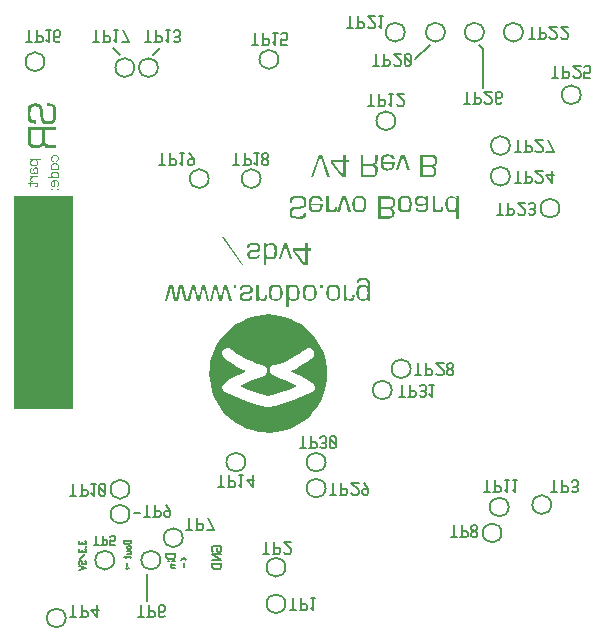
<source format=gbr>
G04 start of page 11 for group -4078 idx -4078 *
G04 Title: (unknown), bottomsilk *
G04 Creator: pcb 1.99z *
G04 CreationDate: Wed 03 Sep 2014 19:39:49 GMT UTC *
G04 For: rbarlow *
G04 Format: Gerber/RS-274X *
G04 PCB-Dimensions (mm): 70.00 74.00 *
G04 PCB-Coordinate-Origin: lower left *
%MOMM*%
%FSLAX43Y43*%
%LNBOTTOMSILK*%
%ADD148C,0.150*%
%ADD147C,0.200*%
%ADD146C,0.002*%
G54D146*G36*
X35501Y41248D02*X35176D01*
X34850Y41664D01*
Y41945D01*
X35286Y41381D01*
X35291D01*
Y42516D01*
X34850D01*
Y42693D01*
X35291D01*
Y43128D01*
X35501D01*
Y42693D01*
X35782D01*
Y42516D01*
X35501D01*
Y41248D01*
G37*
G36*
X34850Y41664D02*X34238Y42445D01*
Y42693D01*
X34850D01*
Y42516D01*
X34409D01*
X34850Y41945D01*
Y41664D01*
G37*
G36*
X34172Y41811D02*X33957D01*
X33731Y42527D01*
X33665Y42753D01*
X33632Y42864D01*
X33599Y42980D01*
X33593D01*
X33555Y42864D01*
X33522Y42753D01*
X33450Y42527D01*
X33213Y41811D01*
X33015D01*
X33456Y43128D01*
X33731D01*
X34172Y41811D01*
G37*
G36*
X32320Y43144D02*X32353Y43150D01*
X32608Y43114D01*
X32772Y43007D01*
X32862Y42802D01*
X32893Y42483D01*
X32864Y42152D01*
X32783Y41943D01*
X32626Y41827D01*
X32381Y41789D01*
X32320Y41799D01*
Y41950D01*
X32331Y41948D01*
X32512Y41975D01*
X32618Y42053D01*
X32670Y42209D01*
X32689Y42478D01*
X32670Y42734D01*
X32618Y42886D01*
X32514Y42960D01*
X32342Y42985D01*
X32320Y42982D01*
Y43144D01*
G37*
G36*
X31752Y43128D02*X31945D01*
X31934Y42963D01*
X31940D01*
X32094Y43103D01*
X32320Y43144D01*
Y42982D01*
X32133Y42961D01*
X32017Y42891D01*
X31967Y42727D01*
X31951Y42434D01*
X31969Y42194D01*
X32028Y42048D01*
X32141Y41973D01*
X32320Y41950D01*
Y41799D01*
X32091Y41837D01*
X31951Y41982D01*
X31945Y41976D01*
Y41248D01*
X31752D01*
Y43128D01*
G37*
G36*
X31432Y42152D02*Y42108D01*
X31399Y41968D01*
X31300Y41869D01*
X31138Y41808D01*
X30909Y41789D01*
X30636Y41808D01*
X30473Y41866D01*
X30389Y41975D01*
X30363Y42158D01*
X30396Y42355D01*
X30501Y42472D01*
X30713Y42526D01*
X31080Y42544D01*
X31219Y42596D01*
X31267Y42753D01*
X31247Y42872D01*
X31190Y42941D01*
X31076Y42974D01*
X30881Y42985D01*
X30719Y42975D01*
X30622Y42946D01*
X30573Y42880D01*
X30556Y42770D01*
X30551Y42709D01*
X30352D01*
Y42781D01*
X30381Y42959D01*
X30473Y43073D01*
X30644Y43131D01*
X30920Y43150D01*
X31185Y43130D01*
X31350Y43068D01*
X31440Y42946D01*
X31471Y42759D01*
X31448Y42601D01*
X31380Y42486D01*
X31269Y42413D01*
X31113Y42384D01*
X30914Y42373D01*
X30760Y42368D01*
X30614Y42308D01*
X30567Y42152D01*
X30580Y42045D01*
X30622Y41987D01*
X30720Y41958D01*
X30898Y41948D01*
X31084Y41957D01*
X31185Y41982D01*
X31224Y42041D01*
X31240Y42152D01*
X31432D01*
G37*
G36*
X30044Y41248D02*X29884D01*
X28230Y43696D01*
X28390D01*
X30044Y41248D01*
G37*
G36*
X38543Y38283D02*Y39600D01*
X38736D01*
Y38812D01*
X38756Y38636D01*
X38816Y38510D01*
X38918Y38435D01*
X39062Y38410D01*
X39226Y38461D01*
X39282Y38614D01*
X39276Y38685D01*
X39271Y38718D01*
X39464D01*
Y38625D01*
X39440Y38461D01*
X39373Y38343D01*
X39259Y38273D01*
X39100Y38250D01*
X38873Y38297D01*
X38725Y38437D01*
X38720Y38432D01*
X38736Y38283D01*
X38543D01*
G37*
G36*
X40754D02*X40561D01*
X40572Y38459D01*
X40566D01*
X40409Y38310D01*
X40186Y38269D01*
Y38421D01*
X40366Y38444D01*
X40478Y38514D01*
X40535Y38659D01*
X40555Y38906D01*
X40535Y39188D01*
X40478Y39352D01*
X40366Y39431D01*
X40186Y39456D01*
Y39612D01*
X40411Y39575D01*
X40555Y39435D01*
X40561D01*
Y39705D01*
X40540Y39865D01*
X40484Y39964D01*
X40369Y40014D01*
X40186Y40030D01*
Y40189D01*
X40452Y40161D01*
X40627Y40080D01*
X40721Y39928D01*
X40754Y39689D01*
Y38283D01*
G37*
G36*
X40186Y40030D02*X40011Y40015D01*
X39910Y39975D01*
X39864Y39894D01*
X39850Y39755D01*
X39662D01*
X39687Y39966D01*
X39767Y40097D01*
X39923Y40165D01*
X40175Y40190D01*
X40186Y40189D01*
Y40030D01*
G37*
G36*
Y38269D02*X40142Y38261D01*
X39884Y38298D01*
X39723Y38410D01*
X39639Y38616D01*
X39613Y38950D01*
X39639Y39272D01*
X39723Y39479D01*
X39877Y39586D01*
X40126Y39622D01*
X40186Y39612D01*
Y39456D01*
X40180Y39457D01*
X39990Y39434D01*
X39883Y39363D01*
X39833Y39208D01*
X39817Y38939D01*
X39833Y38672D01*
X39883Y38520D01*
X39990Y38446D01*
X40180Y38421D01*
X40186Y38421D01*
Y38269D01*
G37*
G36*
X37645Y38261D02*X37645Y38261D01*
Y38421D01*
X37645Y38421D01*
X37849Y38443D01*
X37959Y38509D01*
X38009Y38658D01*
X38025Y38939D01*
X38009Y39224D01*
X37959Y39374D01*
X37849Y39436D01*
X37645Y39457D01*
X37645Y39457D01*
Y39622D01*
X37645Y39622D01*
X37943Y39591D01*
X38113Y39496D01*
X38195Y39290D01*
X38224Y38939D01*
X38195Y38589D01*
X38113Y38388D01*
X37943Y38293D01*
X37645Y38261D01*
G37*
G36*
X37645Y38261D02*X37343Y38293D01*
X37171Y38388D01*
X37087Y38589D01*
X37061Y38939D01*
X37087Y39290D01*
X37171Y39496D01*
X37343Y39591D01*
X37645Y39622D01*
Y39457D01*
X37434Y39436D01*
X37325Y39374D01*
X37278Y39224D01*
X37264Y38939D01*
X37278Y38658D01*
X37325Y38509D01*
X37434Y38443D01*
X37645Y38421D01*
Y38261D01*
G37*
G36*
X36757Y39347D02*X36548D01*
Y39600D01*
X36757D01*
Y39347D01*
G37*
G36*
X35666Y39622D02*X35964Y39591D01*
X36135Y39496D01*
X36216Y39290D01*
X36245Y38939D01*
X36216Y38589D01*
X36135Y38388D01*
X35964Y38293D01*
X35666Y38261D01*
Y38421D01*
X35870Y38443D01*
X35980Y38509D01*
X36030Y38658D01*
X36046Y38939D01*
X36030Y39224D01*
X35980Y39374D01*
X35870Y39436D01*
X35666Y39457D01*
Y39622D01*
G37*
G36*
X35666Y38261D02*X35364Y38293D01*
X35192Y38388D01*
X35108Y38589D01*
X35082Y38939D01*
X35108Y39290D01*
X35192Y39496D01*
X35364Y39591D01*
X35666Y39622D01*
X35666Y39622D01*
Y39457D01*
X35666Y39457D01*
X35455Y39436D01*
X35346Y39374D01*
X35299Y39224D01*
X35286Y38939D01*
X35299Y38658D01*
X35346Y38509D01*
X35455Y38443D01*
X35666Y38421D01*
X35666Y38421D01*
Y38261D01*
X35666Y38261D01*
G37*
G36*
X13756Y47633D02*Y47743D01*
X13883D01*
Y47633D01*
X13756D01*
G37*
G36*
X14291D02*Y47743D01*
X14418D01*
Y47633D01*
X14291D01*
G37*
G36*
X14220Y47989D02*X14242D01*
X14330Y48027D01*
X14346Y48176D01*
X14308Y48336D01*
X14235Y48361D01*
X14104Y48369D01*
Y47895D01*
X14054D01*
X13930Y47906D01*
Y48011D01*
X13999Y47994D01*
X14032Y47989D01*
Y48363D01*
X13930Y48343D01*
Y48455D01*
X14082Y48468D01*
X14260Y48454D01*
X14363Y48413D01*
X14412Y48322D01*
X14429Y48170D01*
X14390Y47955D01*
X14242Y47889D01*
X14220Y47895D01*
Y47989D01*
G37*
G36*
X13930Y47906D02*X13900Y47909D01*
X13812Y47950D01*
X13766Y48037D01*
X13751Y48187D01*
X13768Y48326D01*
X13817Y48413D01*
X13916Y48454D01*
X13930Y48455D01*
Y48343D01*
X13867Y48330D01*
X13828Y48176D01*
X13861Y48027D01*
X13930Y48011D01*
Y47906D01*
G37*
G36*
X14087Y49187D02*X14248Y49174D01*
X14357Y49132D01*
X14411Y49052D01*
X14429Y48923D01*
X14404Y48788D01*
X14330Y48713D01*
Y48708D01*
X14418Y48713D01*
Y48620D01*
X14087D01*
Y48714D01*
X14213Y48723D01*
X14297Y48752D01*
X14334Y48807D01*
X14346Y48906D01*
X14297Y49050D01*
X14214Y49074D01*
X14087Y49082D01*
Y49187D01*
G37*
G36*
X13476Y48620D02*Y48713D01*
X13839D01*
X13845Y48719D01*
X13774Y48788D01*
X13751Y48928D01*
X13769Y49054D01*
X13823Y49132D01*
X13922Y49174D01*
X14076Y49188D01*
X14087Y49187D01*
Y49082D01*
X14076Y49083D01*
X13878Y49050D01*
X13828Y48906D01*
X13878Y48758D01*
X13951Y48724D01*
X14071Y48713D01*
X14087Y48714D01*
Y48620D01*
X13476D01*
G37*
G36*
X14087Y49901D02*X14087Y49901D01*
X14265Y49888D01*
X14368Y49846D01*
X14414Y49759D01*
X14429Y49609D01*
X14414Y49459D01*
X14368Y49372D01*
X14265Y49331D01*
X14087Y49317D01*
X14087Y49317D01*
Y49422D01*
X14087Y49422D01*
X14231Y49430D01*
X14308Y49455D01*
X14337Y49507D01*
X14346Y49609D01*
X14337Y49712D01*
X14308Y49769D01*
X14231Y49794D01*
X14087Y49802D01*
X14087Y49802D01*
Y49901D01*
G37*
G36*
X13751Y49609D02*X13768Y49759D01*
X13817Y49846D01*
X13915Y49888D01*
X14087Y49901D01*
Y49802D01*
X13945Y49794D01*
X13872Y49769D01*
X13839Y49712D01*
X13828Y49609D01*
X13839Y49507D01*
X13872Y49455D01*
X13945Y49430D01*
X14087Y49422D01*
Y49317D01*
X13915Y49331D01*
X13817Y49372D01*
X13768Y49459D01*
X13751Y49609D01*
G37*
G36*
X14155Y52981D02*Y52717D01*
X13201D01*
Y51829D01*
X13226Y51672D01*
X13304Y51560D01*
X13433Y51493D01*
X13615Y51471D01*
X14155D01*
Y51206D01*
X13554D01*
X13364Y51230D01*
X13225Y51300D01*
X13135Y51417D01*
X13096Y51581D01*
X13091D01*
X13034Y51383D01*
X12931Y51261D01*
X12751Y51195D01*
X12504Y51176D01*
Y51430D01*
X12540Y51427D01*
X12753Y51454D01*
X12887Y51537D01*
X12957Y51695D01*
X12981Y51950D01*
Y52717D01*
X12504D01*
Y52981D01*
X14155D01*
G37*
G36*
X12504Y51176D02*X12474Y51173D01*
X12159Y51212D01*
X11956Y51327D01*
X11840Y51538D01*
X11801Y51862D01*
Y52981D01*
X12504D01*
Y52717D01*
X12027D01*
Y51862D01*
X12052Y51639D01*
X12126Y51509D01*
X12277Y51447D01*
X12504Y51430D01*
Y51176D01*
G37*
G36*
X12440Y53269D02*X12100Y53309D01*
X11906Y53429D01*
X11811Y53681D01*
X11779Y54118D01*
X11814Y54551D01*
X11917Y54813D01*
X12117Y54941D01*
X12452Y54984D01*
X12706Y54946D01*
X12895Y54835D01*
X13015Y54649D01*
X13069Y54388D01*
X13085Y54124D01*
X13096Y53848D01*
X13127Y53660D01*
X13185Y53550D01*
X13292Y53497D01*
X13471Y53479D01*
X13739Y53505D01*
X13879Y53584D01*
X13937Y53776D01*
X13956Y54146D01*
X13937Y54468D01*
X13879Y54642D01*
X13743Y54712D01*
X13488Y54735D01*
X13427D01*
Y55000D01*
X13532D01*
X13857Y54959D01*
X14050Y54835D01*
X14145Y54578D01*
X14177Y54151D01*
X14145Y53670D01*
X14050Y53396D01*
X13846Y53268D01*
X13488Y53225D01*
X13161Y53262D01*
X12975Y53374D01*
X12881Y53623D01*
X12832Y54074D01*
X12800Y54449D01*
X12749Y54636D01*
X12632Y54706D01*
X12402Y54730D01*
X12194Y54700D01*
X12077Y54609D01*
X12023Y54414D01*
X12005Y54074D01*
X12024Y53786D01*
X12082Y53627D01*
X12207Y53557D01*
X12440Y53534D01*
Y53269D01*
G37*
G36*
X14181Y50111D02*X14319Y50144D01*
X14346Y50282D01*
X14335Y50390D01*
X14302Y50452D01*
X14228Y50477D01*
X14093Y50485D01*
X13956Y50477D01*
X13878Y50452D01*
X13828Y50315D01*
X13856Y50160D01*
X13955Y50122D01*
X13972D01*
Y50028D01*
X13865Y50043D01*
X13801Y50089D01*
X13763Y50170D01*
X13751Y50304D01*
X13769Y50443D01*
X13823Y50530D01*
X13922Y50571D01*
X14087Y50585D01*
X14258Y50571D01*
X14363Y50530D01*
X14412Y50440D01*
X14429Y50293D01*
X14375Y50086D01*
X14214Y50017D01*
X14181D01*
Y50111D01*
G37*
G36*
X11993Y47895D02*Y48148D01*
X11838D01*
Y48248D01*
X11993D01*
Y48336D01*
X12075D01*
Y48248D01*
X12500D01*
X12624Y48199D01*
X12665Y48055D01*
X12615Y47918D01*
X12467Y47873D01*
X12423D01*
Y47961D01*
X12489D01*
X12559Y47984D01*
X12582Y48055D01*
X12556Y48125D01*
X12478Y48148D01*
X12075D01*
Y47895D01*
X11993D01*
G37*
G36*
X10655Y29101D02*Y47101D01*
X15654D01*
Y29101D01*
X10655D01*
G37*
G36*
X11993Y48799D02*X12654D01*
Y48700D01*
X12257D01*
X12108Y48660D01*
X12059Y48540D01*
X12085Y48457D01*
X12164Y48430D01*
X12197D01*
X12213Y48435D01*
Y48341D01*
X12169Y48336D01*
X12028Y48381D01*
X11982Y48518D01*
X12005Y48632D01*
X12075Y48711D01*
X12070D01*
X11993Y48700D01*
Y48799D01*
G37*
G36*
X12456Y49549D02*X12461Y49551D01*
X12614Y49489D01*
X12665Y49303D01*
X12644Y49161D01*
X12582Y49077D01*
X12654Y49083D01*
Y48984D01*
X12456D01*
Y49079D01*
X12461Y49077D01*
X12552Y49128D01*
X12582Y49281D01*
X12560Y49413D01*
X12456Y49445D01*
Y49549D01*
G37*
G36*
X12180Y49424D02*X12158D01*
X12084Y49380D01*
X12059Y49248D01*
X12092Y49116D01*
X12241Y49083D01*
X12323D01*
X12270Y49154D01*
X12252Y49292D01*
X12264Y49418D01*
X12301Y49496D01*
X12456Y49549D01*
Y49445D01*
X12450Y49447D01*
X12351Y49413D01*
X12329Y49270D01*
X12356Y49116D01*
X12456Y49079D01*
Y48984D01*
X12219D01*
X12104Y48999D01*
X12037Y49044D01*
X12000Y49127D01*
X11987Y49265D01*
X11997Y49394D01*
X12026Y49474D01*
X12180Y49524D01*
Y49424D01*
G37*
G36*
X12323Y50248D02*X12935D01*
Y50150D01*
X12577D01*
X12643Y50068D01*
X12665Y49934D01*
X12647Y49813D01*
X12593Y49736D01*
X12493Y49694D01*
X12334Y49681D01*
X12323Y49682D01*
Y49781D01*
X12334Y49780D01*
X12459Y49790D01*
X12533Y49819D01*
X12582Y49956D01*
X12533Y50111D01*
X12457Y50140D01*
X12329Y50150D01*
X12323Y50149D01*
Y50248D01*
G37*
G36*
X11993D02*X12323D01*
Y50149D01*
X12193Y50141D01*
X12114Y50116D01*
X12064Y49962D01*
X12114Y49813D01*
X12194Y49788D01*
X12323Y49781D01*
Y49682D01*
X12168Y49694D01*
X12064Y49736D01*
X12006Y49813D01*
X11987Y49934D01*
X12011Y50071D01*
X12081Y50150D01*
Y50155D01*
X11993Y50150D01*
Y50248D01*
G37*
G36*
X34244Y39616D02*X34277Y39622D01*
X34532Y39586D01*
X34696Y39479D01*
X34785Y39274D01*
X34817Y38956D01*
X34788Y38625D01*
X34707Y38415D01*
X34550Y38300D01*
X34304Y38261D01*
X34244Y38271D01*
Y38422D01*
X34255Y38421D01*
X34435Y38447D01*
X34541Y38526D01*
X34594Y38681D01*
X34613Y38950D01*
X34594Y39206D01*
X34541Y39358D01*
X34438Y39432D01*
X34266Y39457D01*
X34244Y39455D01*
Y39616D01*
G37*
G36*
X33676Y39600D02*X33869D01*
X33858Y39435D01*
X33864D01*
X34018Y39575D01*
X34244Y39616D01*
Y39455D01*
X34056Y39434D01*
X33941Y39363D01*
X33891Y39199D01*
X33874Y38906D01*
X33893Y38666D01*
X33952Y38520D01*
X34065Y38446D01*
X34244Y38422D01*
Y38271D01*
X34015Y38309D01*
X33874Y38454D01*
X33869Y38448D01*
Y37721D01*
X33676D01*
Y39600D01*
G37*
G36*
X32794Y38261D02*X32794Y38261D01*
Y38421D01*
X32794Y38421D01*
X32998Y38443D01*
X33108Y38509D01*
X33158Y38658D01*
X33174Y38939D01*
X33158Y39224D01*
X33108Y39374D01*
X32998Y39436D01*
X32794Y39457D01*
X32794Y39457D01*
Y39622D01*
X32794Y39622D01*
X33092Y39591D01*
X33263Y39496D01*
X33344Y39290D01*
X33373Y38939D01*
X33344Y38589D01*
X33263Y38388D01*
X33092Y38293D01*
X32794Y38261D01*
G37*
G36*
X32794Y38261D02*X32492Y38293D01*
X32320Y38388D01*
X32236Y38589D01*
X32210Y38939D01*
X32236Y39290D01*
X32320Y39496D01*
X32492Y39591D01*
X32794Y39622D01*
Y39457D01*
X32583Y39436D01*
X32474Y39374D01*
X32428Y39224D01*
X32414Y38939D01*
X32428Y38658D01*
X32474Y38509D01*
X32583Y38443D01*
X32794Y38421D01*
Y38261D01*
G37*
G36*
X31140Y38283D02*Y39600D01*
X31333D01*
Y38812D01*
X31353Y38636D01*
X31413Y38510D01*
X31515Y38435D01*
X31659Y38410D01*
X31823Y38461D01*
X31879Y38614D01*
X31874Y38685D01*
X31868Y38718D01*
X32061D01*
Y38625D01*
X32038Y38461D01*
X31970Y38343D01*
X31856Y38273D01*
X31697Y38250D01*
X31470Y38297D01*
X31322Y38437D01*
X31317Y38432D01*
X31333Y38283D01*
X31140D01*
G37*
G36*
X30804Y38625D02*Y38581D01*
X30771Y38440D01*
X30672Y38341D01*
X30509Y38280D01*
X30281Y38261D01*
X30008Y38280D01*
X29845Y38338D01*
X29761Y38447D01*
X29735Y38630D01*
X29768Y38827D01*
X29873Y38944D01*
X30085Y38998D01*
X30452Y39016D01*
X30591Y39068D01*
X30639Y39226D01*
X30618Y39344D01*
X30562Y39413D01*
X30447Y39446D01*
X30253Y39457D01*
X30090Y39447D01*
X29994Y39418D01*
X29944Y39352D01*
X29928Y39242D01*
X29922Y39181D01*
X29724D01*
Y39253D01*
X29753Y39431D01*
X29845Y39545D01*
X30016Y39603D01*
X30292Y39622D01*
X30556Y39602D01*
X30722Y39540D01*
X30811Y39418D01*
X30843Y39231D01*
X30819Y39073D01*
X30752Y38958D01*
X30640Y38885D01*
X30485Y38856D01*
X30286Y38845D01*
X30132Y38840D01*
X29986Y38780D01*
X29939Y38625D01*
X29951Y38517D01*
X29994Y38459D01*
X30092Y38430D01*
X30270Y38421D01*
X30456Y38429D01*
X30556Y38454D01*
X30596Y38513D01*
X30611Y38625D01*
X30804D01*
G37*
G36*
X29443Y39347D02*X29233D01*
Y39600D01*
X29443D01*
Y39347D01*
G37*
G36*
X29057Y38283D02*X28847D01*
X28665Y39011D01*
X28605Y39242D01*
X28577Y39352D01*
X28550Y39468D01*
X28544D01*
X28522Y39352D01*
X28495Y39242D01*
X28440Y39016D01*
X28258Y38283D01*
X27977D01*
X27800Y39011D01*
X27745Y39242D01*
X27718Y39352D01*
X27690Y39468D01*
X27684D01*
X27657Y39352D01*
X27629Y39242D01*
X27569Y39011D01*
X27387Y38283D01*
X27183D01*
X27541Y39600D01*
X27833D01*
X28010Y38867D01*
X28065Y38647D01*
X28087Y38531D01*
X28114Y38421D01*
X28120D01*
X28147Y38531D01*
X28169Y38647D01*
X28224Y38867D01*
X28401Y39600D01*
X28688D01*
X29057Y38283D01*
G37*
G36*
X27166D02*X26957D01*
X26775Y39011D01*
X26714Y39242D01*
X26687Y39352D01*
X26659Y39468D01*
X26654D01*
X26632Y39352D01*
X26604Y39242D01*
X26549Y39016D01*
X26367Y38283D01*
X26086D01*
X25910Y39011D01*
X25854Y39242D01*
X25827Y39352D01*
X25799Y39468D01*
X25794D01*
X25766Y39352D01*
X25739Y39242D01*
X25678Y39011D01*
X25496Y38283D01*
X25292D01*
X25650Y39600D01*
X25943D01*
X26119Y38867D01*
X26174Y38647D01*
X26196Y38531D01*
X26224Y38421D01*
X26229D01*
X26257Y38531D01*
X26279Y38647D01*
X26334Y38867D01*
X26510Y39600D01*
X26797D01*
X27166Y38283D01*
G37*
G36*
X25276D02*X25066D01*
X24884Y39011D01*
X24823Y39242D01*
X24796Y39352D01*
X24768Y39468D01*
X24763D01*
X24741Y39352D01*
X24713Y39242D01*
X24658Y39016D01*
X24476Y38283D01*
X24195D01*
X24019Y39011D01*
X23964Y39242D01*
X23936Y39352D01*
X23909Y39468D01*
X23903D01*
X23876Y39352D01*
X23848Y39242D01*
X23787Y39011D01*
X23605Y38283D01*
X23401D01*
X23760Y39600D01*
X24052D01*
X24228Y38867D01*
X24283Y38647D01*
X24305Y38531D01*
X24333Y38421D01*
X24339D01*
X24366Y38531D01*
X24388Y38647D01*
X24443Y38867D01*
X24620Y39600D01*
X24906D01*
X25276Y38283D01*
G37*
G36*
X35742Y28615D02*X35388Y28285D01*
X35005Y27993D01*
X34595Y27740D01*
X34164Y27525D01*
X33715Y27352D01*
X33250Y27223D01*
X32776Y27138D01*
X32297Y27100D01*
X32157Y27103D01*
Y29253D01*
X32219D01*
X32271Y29266D01*
X32297D01*
X32361Y29291D01*
X32477Y29319D01*
X32631Y29356D01*
X33027Y29472D01*
X33520Y29626D01*
X34074Y29807D01*
X34661Y30016D01*
X35255Y30253D01*
X35827Y30516D01*
X35933Y30584D01*
X36019Y30678D01*
X36075Y30790D01*
X36100Y30916D01*
X36088Y31042D01*
X36041Y31160D01*
X35965Y31262D01*
X35866Y31340D01*
X35364Y31626D01*
X34897Y31876D01*
X34453Y32100D01*
X34023Y32308D01*
X34467Y32522D01*
X34874Y32746D01*
X35085Y32874D01*
X35277Y33000D01*
X35448Y33114D01*
X35596Y33217D01*
X35716Y33304D01*
X35804Y33370D01*
X35860Y33413D01*
X35880Y33428D01*
X35997Y33566D01*
X36053Y33742D01*
X36042Y33926D01*
X35962Y34090D01*
X35819Y34203D01*
X35643Y34252D01*
X35459Y34236D01*
X35299Y34150D01*
X35232Y34099D01*
X35047Y33966D01*
X34762Y33773D01*
X34397Y33545D01*
X33974Y33308D01*
X33523Y33095D01*
X33074Y32929D01*
X32658Y32836D01*
X32514Y32788D01*
X32393Y32696D01*
X32306Y32574D01*
X32264Y32430D01*
X32272Y32280D01*
X32328Y32141D01*
X32425Y32025D01*
X32554Y31947D01*
X33077Y31739D01*
X33569Y31514D01*
X34050Y31269D01*
X34539Y31006D01*
X33872Y30742D01*
X33236Y30516D01*
X32764Y30369D01*
X32386Y30259D01*
X32157Y30190D01*
Y37101D01*
X32644Y37074D01*
X33129Y37001D01*
X33604Y36880D01*
X34066Y36715D01*
X34510Y36505D01*
X34931Y36256D01*
X35326Y35965D01*
X35691Y35637D01*
X36019Y35272D01*
X36310Y34878D01*
X36559Y34456D01*
X36768Y34012D01*
X36935Y33550D01*
X37055Y33076D01*
X37130Y32590D01*
X37156Y32101D01*
X37131Y31619D01*
X37061Y31143D01*
X36943Y30675D01*
X36784Y30222D01*
X36582Y29783D01*
X36340Y29367D01*
X36059Y28976D01*
X35742Y28615D01*
G37*
G36*
X32157Y27103D02*X31796Y27111D01*
X31302Y27175D01*
X30814Y27286D01*
X30340Y27445D01*
X29884Y27649D01*
X29450Y27895D01*
X29043Y28185D01*
X28668Y28514D01*
X28328Y28879D01*
X28027Y29279D01*
X27768Y29705D01*
X27552Y30155D01*
X27380Y30625D01*
X27256Y31109D01*
X27179Y31602D01*
X27154Y32101D01*
X27179Y32590D01*
X27252Y33076D01*
X27373Y33550D01*
X27538Y34012D01*
X27748Y34456D01*
X27998Y34878D01*
X28289Y35272D01*
X28619Y35637D01*
X28982Y35965D01*
X29377Y36256D01*
X29798Y36505D01*
X30242Y36715D01*
X30704Y36880D01*
X31179Y37001D01*
X31664Y37074D01*
X32155Y37101D01*
X32157Y37101D01*
Y30190D01*
X32128Y30181D01*
X31910Y30245D01*
X31532Y30355D01*
X31059Y30502D01*
X30424Y30735D01*
X29757Y31006D01*
X30745Y31524D01*
X31743Y31921D01*
X31881Y31989D01*
X31988Y32102D01*
X32054Y32243D01*
X32072Y32397D01*
X32032Y32546D01*
X31947Y32676D01*
X31824Y32772D01*
X31678Y32823D01*
X31202Y32942D01*
X30728Y33121D01*
X30275Y33337D01*
X29862Y33567D01*
X29506Y33786D01*
X29228Y33972D01*
X29047Y34102D01*
X28984Y34150D01*
X28823Y34236D01*
X28639Y34252D01*
X28463Y34203D01*
X28321Y34090D01*
X28241Y33926D01*
X28230Y33742D01*
X28285Y33566D01*
X28404Y33428D01*
X28440Y33398D01*
X28543Y33318D01*
X28708Y33195D01*
X28929Y33042D01*
X29200Y32866D01*
X29513Y32678D01*
X29864Y32488D01*
X30248Y32308D01*
X29822Y32098D01*
X29388Y31872D01*
X28930Y31622D01*
X28442Y31340D01*
X28273Y31164D01*
X28215Y30927D01*
X28288Y30693D01*
X28468Y30529D01*
X29039Y30263D01*
X29633Y30018D01*
X30221Y29800D01*
X30775Y29614D01*
X31267Y29465D01*
X31664Y29356D01*
X31936Y29279D01*
X32025Y29253D01*
X32157D01*
Y27103D01*
G37*
G36*
X45727Y50629D02*X45920D01*
X46167Y50598D01*
X46328Y50508D01*
X46418Y50342D01*
X46449Y50089D01*
X46430Y49919D01*
X46372Y49790D01*
X46277Y49696D01*
X46146Y49642D01*
X46326Y49502D01*
X46389Y49245D01*
X46360Y48990D01*
X46278Y48843D01*
X46113Y48773D01*
X45832Y48749D01*
X45727D01*
Y48926D01*
X45826D01*
X46011Y48939D01*
X46118Y48981D01*
X46168Y49070D01*
X46185Y49229D01*
X46164Y49411D01*
X46107Y49515D01*
X45984Y49561D01*
X45766Y49576D01*
X45727D01*
Y49752D01*
X45755D01*
X46025Y49768D01*
X46168Y49813D01*
X46224Y49918D01*
X46245Y50122D01*
X46224Y50287D01*
X46168Y50386D01*
X46052Y50432D01*
X45854Y50447D01*
X45727D01*
Y50629D01*
G37*
G36*
X45000D02*X45727D01*
Y50447D01*
X45209D01*
Y49752D01*
X45727D01*
Y49576D01*
X45209D01*
Y48926D01*
X45727D01*
Y48749D01*
X45000D01*
Y50629D01*
G37*
G36*
X44123Y49311D02*X43908D01*
X43682Y50028D01*
X43616Y50254D01*
X43583Y50364D01*
X43550Y50480D01*
X43544D01*
X43506Y50364D01*
X43473Y50254D01*
X43401Y50028D01*
X43164Y49311D01*
X42965D01*
X43406Y50629D01*
X43682D01*
X44123Y49311D01*
G37*
G36*
X48271Y45222D02*X48078D01*
Y45949D01*
X48072D01*
X47928Y45809D01*
X47703Y45771D01*
Y45924D01*
X47878Y45946D01*
X47995Y46021D01*
X48052Y46165D01*
X48072Y46401D01*
X48053Y46692D01*
X48001Y46859D01*
X47886Y46933D01*
X47703Y46956D01*
Y47115D01*
X47928Y47075D01*
X48078Y46930D01*
X48084D01*
X48078Y47101D01*
X48271D01*
Y45222D01*
G37*
G36*
X47703Y45771D02*X47643Y45762D01*
X47397Y45799D01*
X47240Y45910D01*
X47156Y46110D01*
X47130Y46423D01*
X47156Y46762D01*
X47240Y46974D01*
X47401Y47086D01*
X47659Y47123D01*
X47703Y47115D01*
Y46956D01*
X47692Y46958D01*
X47507Y46933D01*
X47400Y46859D01*
X47351Y46697D01*
X47334Y46423D01*
X47351Y46171D01*
X47406Y46021D01*
X47510Y45946D01*
X47687Y45922D01*
X47703Y45924D01*
Y45771D01*
G37*
G36*
X46060Y45784D02*Y47101D01*
X46253D01*
Y46313D01*
X46273Y46136D01*
X46334Y46011D01*
X46435Y45935D01*
X46579Y45910D01*
X46743Y45961D01*
X46799Y46114D01*
X46794Y46186D01*
X46788Y46219D01*
X46981D01*
Y46126D01*
X46958Y45961D01*
X46890Y45844D01*
X46776Y45774D01*
X46617Y45751D01*
X46390Y45797D01*
X46242Y45938D01*
X46237Y45932D01*
X46253Y45784D01*
X46060D01*
G37*
G36*
X45132Y45918D02*X45162Y45916D01*
X45333Y45932D01*
X45432Y45982D01*
X45476Y46088D01*
X45493Y46274D01*
Y46434D01*
X45487D01*
X45351Y46331D01*
X45132Y46303D01*
Y46452D01*
X45305Y46464D01*
X45421Y46506D01*
X45483Y46582D01*
X45504Y46710D01*
X45478Y46817D01*
X45400Y46896D01*
X45274Y46941D01*
X45132Y46955D01*
Y47112D01*
X45336Y47082D01*
X45504Y46958D01*
X45509D01*
X45493Y47101D01*
X45686D01*
Y46230D01*
X45657Y46003D01*
X45570Y45861D01*
X45400Y45786D01*
X45132Y45762D01*
Y45918D01*
G37*
G36*
Y46303D02*X45074Y46296D01*
X44824Y46320D01*
X44666Y46390D01*
X44582Y46517D01*
X44556Y46720D01*
X44586Y46896D01*
X44680Y47023D01*
X44837Y47097D01*
X45057Y47123D01*
X45132Y47112D01*
Y46955D01*
X45096Y46958D01*
X44925Y46945D01*
X44826Y46908D01*
X44776Y46831D01*
X44760Y46699D01*
X44776Y46572D01*
X44826Y46500D01*
X44931Y46463D01*
X45118Y46451D01*
X45132Y46452D01*
Y46303D01*
G37*
G36*
X44804Y46153D02*Y46114D01*
X44826Y46028D01*
X44892Y45966D01*
X45004Y45928D01*
X45132Y45918D01*
Y45762D01*
X45123Y45762D01*
X44869Y45782D01*
X44716Y45844D01*
X44641Y45960D01*
X44616Y46153D01*
X44804D01*
G37*
G36*
X43724Y45762D02*X43723Y45762D01*
Y45922D01*
X43724Y45922D01*
X43927Y45943D01*
X44038Y46010D01*
X44087Y46158D01*
X44104Y46440D01*
X44087Y46725D01*
X44038Y46875D01*
X43927Y46937D01*
X43724Y46958D01*
X43723Y46958D01*
Y47123D01*
X43724Y47123D01*
X44021Y47092D01*
X44192Y46996D01*
X44273Y46791D01*
X44302Y46440D01*
X44273Y46090D01*
X44192Y45888D01*
X44021Y45793D01*
X43724Y45762D01*
G37*
G36*
X43723Y45762D02*X43422Y45793D01*
X43249Y45888D01*
X43165Y46090D01*
X43139Y46440D01*
X43165Y46791D01*
X43249Y46996D01*
X43422Y47092D01*
X43723Y47123D01*
Y46958D01*
X43512Y46937D01*
X43404Y46875D01*
X43357Y46725D01*
X43343Y46440D01*
X43357Y46158D01*
X43404Y46010D01*
X43512Y45943D01*
X43723Y45922D01*
Y45762D01*
G37*
G36*
X42271Y50006D02*X42844D01*
Y49901D01*
X42815Y49591D01*
X42728Y49411D01*
X42553Y49320D01*
X42271Y49291D01*
Y49449D01*
X42271Y49449D01*
X42461Y49466D01*
X42574Y49515D01*
X42626Y49617D01*
X42646Y49791D01*
Y49857D01*
X42271D01*
Y50006D01*
G37*
G36*
X42646Y50232D02*Y50270D01*
X42626Y50384D01*
X42574Y50447D01*
X42467Y50476D01*
X42276Y50485D01*
X42271Y50485D01*
Y50650D01*
X42282Y50651D01*
X42547Y50630D01*
X42718Y50568D01*
X42811Y50454D01*
X42844Y50276D01*
Y50232D01*
X42646D01*
G37*
G36*
X42271Y50485D02*X42074Y50465D01*
X41962Y50403D01*
X41913Y50260D01*
X41896Y50006D01*
X42271D01*
Y49857D01*
X41896D01*
X41913Y49648D01*
X41968Y49526D01*
X42078Y49469D01*
X42271Y49449D01*
Y49291D01*
X42254Y49289D01*
X41972Y49324D01*
X41802Y49427D01*
X41718Y49626D01*
X41692Y49956D01*
X41718Y50309D01*
X41802Y50519D01*
X41980Y50618D01*
X42271Y50650D01*
Y50485D01*
G37*
G36*
X40708Y49868D02*X40904D01*
X41028Y49888D01*
X41118Y49950D01*
X41171Y50050D01*
X41190Y50193D01*
Y50629D01*
X41400D01*
Y50150D01*
X41381Y49998D01*
X41326Y49888D01*
X41232Y49816D01*
X41102Y49785D01*
Y49780D01*
X41262Y49730D01*
X41361Y49648D01*
X41411Y49504D01*
X41427Y49284D01*
X41394Y49032D01*
X41301Y48871D01*
X41133Y48780D01*
X40876Y48749D01*
X40708D01*
Y48926D01*
X40882D01*
X41057Y48945D01*
X41157Y49003D01*
X41207Y49124D01*
X41224Y49334D01*
X41200Y49506D01*
X41135Y49615D01*
X41007Y49668D01*
X40805Y49686D01*
X40708D01*
Y49868D01*
G37*
G36*
X39984Y50629D02*X40193D01*
Y49868D01*
X40708D01*
Y49686D01*
X40193D01*
Y48926D01*
X40708D01*
Y48749D01*
X39984D01*
Y50629D01*
G37*
G36*
X38705Y48749D02*X38379D01*
X38054Y49164D01*
Y49446D01*
X38490Y48881D01*
X38495D01*
Y50017D01*
X38054D01*
Y50193D01*
X38495D01*
Y50629D01*
X38705D01*
Y50193D01*
X38986D01*
Y50017D01*
X38705D01*
Y48749D01*
G37*
G36*
X38054Y49164D02*X37442Y49945D01*
Y50193D01*
X38054D01*
Y50017D01*
X37613D01*
X38054Y49446D01*
Y49164D01*
G37*
G36*
X37150Y48749D02*X36660Y50171D01*
X36566Y50458D01*
X36560D01*
X36516Y50315D01*
X36467Y50166D01*
X35965Y48749D01*
X35734D01*
X36412Y50629D01*
X36715D01*
X37376Y48749D01*
X37150D01*
G37*
G36*
X42174Y47101D02*X42367D01*
X42614Y47071D01*
X42775Y46979D01*
X42865Y46814D01*
X42897Y46561D01*
X42877Y46391D01*
X42819Y46262D01*
X42724Y46168D01*
X42593Y46114D01*
X42774Y45974D01*
X42836Y45718D01*
X42807Y45463D01*
X42726Y45315D01*
X42560Y45245D01*
X42279Y45222D01*
X42174D01*
Y45398D01*
X42274D01*
X42458Y45412D01*
X42566Y45453D01*
X42615Y45543D01*
X42632Y45701D01*
X42611Y45883D01*
X42555Y45988D01*
X42432Y46033D01*
X42213Y46048D01*
X42174D01*
Y46225D01*
X42202D01*
X42472Y46240D01*
X42615Y46285D01*
X42672Y46390D01*
X42693Y46594D01*
X42672Y46759D01*
X42615Y46859D01*
X42500Y46904D01*
X42301Y46919D01*
X42174D01*
Y47101D01*
G37*
G36*
X41447D02*X42174D01*
Y46919D01*
X41656D01*
Y46225D01*
X42174D01*
Y46048D01*
X41656D01*
Y45398D01*
X42174D01*
Y45222D01*
X41447D01*
Y47101D01*
G37*
G36*
X39848Y47123D02*X40146Y47092D01*
X40317Y46996D01*
X40398Y46791D01*
X40427Y46440D01*
X40398Y46090D01*
X40317Y45888D01*
X40146Y45793D01*
X39848Y45762D01*
Y45922D01*
X40052Y45943D01*
X40162Y46010D01*
X40212Y46158D01*
X40229Y46440D01*
X40212Y46725D01*
X40162Y46875D01*
X40052Y46937D01*
X39848Y46958D01*
Y47123D01*
G37*
G36*
X39848Y45762D02*X39547Y45793D01*
X39374Y45888D01*
X39290Y46090D01*
X39264Y46440D01*
X39290Y46791D01*
X39374Y46996D01*
X39547Y47092D01*
X39848Y47123D01*
X39848Y47123D01*
Y46958D01*
X39848Y46958D01*
X39638Y46937D01*
X39529Y46875D01*
X39482Y46725D01*
X39468Y46440D01*
X39482Y46158D01*
X39529Y46010D01*
X39638Y45943D01*
X39848Y45922D01*
X39848Y45922D01*
Y45762D01*
X39848Y45762D01*
G37*
G36*
X39143Y45784D02*X38928D01*
X38702Y46500D01*
X38636Y46726D01*
X38603Y46836D01*
X38570Y46952D01*
X38564D01*
X38526Y46836D01*
X38492Y46726D01*
X38421Y46500D01*
X38184Y45784D01*
X37985D01*
X38426Y47101D01*
X38702D01*
X39143Y45784D01*
G37*
G36*
X37059D02*Y47101D01*
X37252D01*
Y46313D01*
X37272Y46136D01*
X37332Y46011D01*
X37434Y45935D01*
X37577Y45910D01*
X37741Y45961D01*
X37798Y46114D01*
X37792Y46186D01*
X37787Y46219D01*
X37980D01*
Y46126D01*
X37956Y45961D01*
X37889Y45844D01*
X37774Y45774D01*
X37616Y45751D01*
X37389Y45797D01*
X37241Y45938D01*
X37236Y45932D01*
X37252Y45784D01*
X37059D01*
G37*
G36*
X36166Y46478D02*X36739D01*
Y46373D01*
X36710Y46063D01*
X36624Y45883D01*
X36449Y45792D01*
X36166Y45763D01*
Y45922D01*
X36356Y45938D01*
X36469Y45988D01*
X36522Y46090D01*
X36541Y46263D01*
Y46330D01*
X36166D01*
Y46478D01*
G37*
G36*
X36541Y46704D02*Y46743D01*
X36522Y46856D01*
X36469Y46919D01*
X36362Y46948D01*
X36172Y46958D01*
X36166Y46957D01*
Y47122D01*
X36177Y47123D01*
X36442Y47102D01*
X36613Y47040D01*
X36706Y46926D01*
X36739Y46748D01*
Y46704D01*
X36541D01*
G37*
G36*
X36166Y46957D02*X35969Y46937D01*
X35858Y46875D01*
X35808Y46732D01*
X35791Y46478D01*
X36166D01*
Y46330D01*
X35791D01*
X35808Y46120D01*
X35863Y45999D01*
X35973Y45941D01*
X36166Y45922D01*
X36166Y45922D01*
Y45763D01*
X36150Y45762D01*
X35867Y45796D01*
X35698Y45900D01*
X35614Y46098D01*
X35588Y46428D01*
X35614Y46781D01*
X35698Y46991D01*
X35876Y47090D01*
X36166Y47122D01*
Y46957D01*
G37*
G36*
X35345Y45728D02*X35312Y45455D01*
X35213Y45298D01*
X35011Y45224D01*
X34667Y45199D01*
X34317Y45227D01*
X34110Y45310D01*
X34005Y45468D01*
X33972Y45734D01*
X34001Y45938D01*
X34089Y46090D01*
X34238Y46186D01*
X34446Y46230D01*
X34656Y46241D01*
X34876Y46252D01*
X35025Y46276D01*
X35113Y46324D01*
X35157Y46408D01*
X35174Y46550D01*
X35154Y46768D01*
X35091Y46881D01*
X34936Y46926D01*
X34639Y46941D01*
X34383Y46926D01*
X34248Y46881D01*
X34189Y46772D01*
X34171Y46566D01*
Y46517D01*
X33956D01*
X33961Y46605D01*
X33994Y46863D01*
X34094Y47018D01*
X34293Y47097D01*
X34634Y47123D01*
X35018Y47097D01*
X35240Y47018D01*
X35342Y46853D01*
X35378Y46566D01*
X35346Y46305D01*
X35257Y46158D01*
X35058Y46083D01*
X34700Y46043D01*
X34398Y46018D01*
X34248Y45977D01*
X34189Y45883D01*
X34171Y45701D01*
X34193Y45534D01*
X34265Y45442D01*
X34422Y45396D01*
X34700Y45381D01*
X34927Y45396D01*
X35053Y45442D01*
X35109Y45544D01*
X35130Y45728D01*
X35345D01*
G37*
G54D147*X21900Y12800D02*Y15100D01*
X21300Y20300D02*X20800D01*
X44600Y58700D02*X45800Y59900D01*
X50300Y56300D02*Y59600D01*
X50000Y59900D01*
X19000Y59700D02*X19600Y59100D01*
X23000Y59700D02*X22400Y59100D01*
G54D148*X16206Y17900D02*X16137Y17831D01*
Y17694D02*Y17831D01*
Y17694D02*X16206Y17626D01*
X16686Y17694D02*X16617Y17626D01*
X16686Y17694D02*Y17831D01*
X16617Y17900D02*X16686Y17831D01*
X16384Y17694D02*Y17831D01*
X16206Y17626D02*X16315D01*
X16453D02*X16617D01*
X16453D02*X16384Y17694D01*
X16315Y17626D02*X16384Y17694D01*
X16686Y17393D02*Y17461D01*
X16206Y17228D02*X16137Y17159D01*
Y17022D02*Y17159D01*
Y17022D02*X16206Y16954D01*
X16686Y17022D02*X16617Y16954D01*
X16686Y17022D02*Y17159D01*
X16617Y17228D02*X16686Y17159D01*
X16384Y17022D02*Y17159D01*
X16206Y16954D02*X16315D01*
X16453D02*X16617D01*
X16453D02*X16384Y17022D01*
X16315Y16954D02*X16384Y17022D01*
X16617Y16789D02*X16206Y16378D01*
X16137Y15939D02*Y16213D01*
X16411D01*
X16343Y16144D01*
Y16007D02*Y16144D01*
Y16007D02*X16411Y15939D01*
X16617D01*
X16686Y16007D02*X16617Y15939D01*
X16686Y16007D02*Y16144D01*
X16617Y16213D02*X16686Y16144D01*
X16137Y15774D02*X16686Y15637D01*
X16137Y15500D01*
X27393Y17114D02*X27490Y17017D01*
X27393Y17114D02*Y17403D01*
X27490Y17500D02*X27393Y17403D01*
X27490Y17500D02*X28069D01*
X28165Y17403D01*
Y17114D02*Y17403D01*
Y17114D02*X28069Y17017D01*
X27876D02*X28069D01*
X27779Y17114D02*X27876Y17017D01*
X27779Y17114D02*Y17307D01*
X27393Y16786D02*X28165D01*
X27393D02*X28165Y16303D01*
X27393D02*X28165D01*
X27393Y15975D02*X28165D01*
X27393Y15724D02*X27528Y15589D01*
X28030D01*
X28165Y15724D02*X28030Y15589D01*
X28165Y15724D02*Y16072D01*
X27393Y15724D02*Y16072D01*
X19937Y17931D02*X20486D01*
X19937Y17753D02*X20033Y17657D01*
X20390D01*
X20486Y17753D02*X20390Y17657D01*
X20486Y17753D02*Y18000D01*
X19937Y17753D02*Y18000D01*
X20280Y17493D02*X20417D01*
X20280D02*X20211Y17424D01*
Y17287D02*Y17424D01*
Y17287D02*X20280Y17218D01*
X20417D01*
X20486Y17287D02*X20417Y17218D01*
X20486Y17287D02*Y17424D01*
X20417Y17493D02*X20486Y17424D01*
X20211Y17054D02*X20417D01*
X20486Y16985D01*
Y16848D02*Y16985D01*
Y16848D02*X20417Y16779D01*
X20211D02*X20417D01*
X19937Y16546D02*X20417D01*
X20486Y16478D01*
X20143D02*Y16615D01*
X20211Y15819D02*Y16093D01*
X20074Y15655D02*X20211Y15517D01*
X20349Y15655D02*X20211Y15517D01*
X23493Y16803D02*X24265D01*
X23493Y16553D02*X23628Y16417D01*
X24130D01*
X24265Y16553D02*X24130Y16417D01*
X24265Y16553D02*Y16900D01*
X23493Y16553D02*Y16900D01*
X23686Y16186D02*X23705D01*
X23976D02*X24265D01*
X23976Y15896D02*X24265D01*
X23976D02*X23879Y15800D01*
Y15703D02*Y15800D01*
Y15703D02*X23976Y15607D01*
X24265D01*
X23879Y15993D02*X23976Y15896D01*
X24979Y16500D02*X24786Y16307D01*
X24979Y16500D02*X25172Y16307D01*
X24979Y15689D02*Y16075D01*
G54D147*X42100Y61000D02*G75*G03X42100Y61000I800J0D01*G01*
X41300Y53500D02*G75*G03X41300Y53500I800J0D01*G01*
X48800Y61000D02*G75*G03X48800Y61000I800J0D01*G01*
X52100D02*G75*G03X52100Y61000I800J0D01*G01*
X57000Y55700D02*G75*G03X57000Y55700I800J0D01*G01*
X45500Y61000D02*G75*G03X45500Y61000I800J0D01*G01*
X31400Y58700D02*G75*G03X31400Y58700I800J0D01*G01*
X51000Y48800D02*G75*G03X51000Y48800I800J0D01*G01*
Y51400D02*G75*G03X51000Y51400I800J0D01*G01*
X55200Y46100D02*G75*G03X55200Y46100I800J0D01*G01*
X19200Y58000D02*G75*G03X19200Y58000I800J0D01*G01*
X21200D02*G75*G03X21200Y58000I800J0D01*G01*
X11600Y58500D02*G75*G03X11600Y58500I800J0D01*G01*
X25500Y48600D02*G75*G03X25500Y48600I800J0D01*G01*
X29900D02*G75*G03X29900Y48600I800J0D01*G01*
X42600Y32500D02*G75*G03X42600Y32500I800J0D01*G01*
X41000Y30700D02*G75*G03X41000Y30700I800J0D01*G01*
X50900Y20800D02*G75*G03X50900Y20800I800J0D01*G01*
X50300Y18600D02*G75*G03X50300Y18600I800J0D01*G01*
X54500Y21000D02*G75*G03X54500Y21000I800J0D01*G01*
X18800Y22300D02*G75*G03X18800Y22300I800J0D01*G01*
X28600Y24600D02*G75*G03X28600Y24600I800J0D01*G01*
X35400D02*G75*G03X35400Y24600I800J0D01*G01*
Y22400D02*G75*G03X35400Y22400I800J0D01*G01*
X32000Y12600D02*G75*G03X32000Y12600I800J0D01*G01*
Y15700D02*G75*G03X32000Y15700I800J0D01*G01*
X23300Y18200D02*G75*G03X23300Y18200I800J0D01*G01*
X18800Y20200D02*G75*G03X18800Y20200I800J0D01*G01*
X21400Y16300D02*G75*G03X21400Y16300I800J0D01*G01*
X17500D02*G75*G03X17500Y16300I800J0D01*G01*
X13400Y11400D02*G75*G03X13400Y11400I800J0D01*G01*
G54D148*X56200Y57154D02*X56708D01*
X56454D02*Y58170D01*
X57140Y57154D02*Y58170D01*
X57013Y57154D02*X57521D01*
X57648Y57281D01*
Y57535D01*
X57521Y57662D02*X57648Y57535D01*
X57140Y57662D02*X57521D01*
X57953Y57281D02*X58080Y57154D01*
X58461D01*
X58588Y57281D01*
Y57535D01*
X57953Y58170D02*X58588Y57535D01*
X57953Y58170D02*X58588D01*
X58892Y57154D02*X59400D01*
X58892D02*Y57662D01*
X59019Y57535D01*
X59273D01*
X59400Y57662D01*
Y58043D01*
X59273Y58170D02*X59400Y58043D01*
X59019Y58170D02*X59273D01*
X58892Y58043D02*X59019Y58170D01*
X54200Y60454D02*X54708D01*
X54454D02*Y61470D01*
X55140Y60454D02*Y61470D01*
X55013Y60454D02*X55521D01*
X55648Y60581D01*
Y60835D01*
X55521Y60962D02*X55648Y60835D01*
X55140Y60962D02*X55521D01*
X55953Y60581D02*X56080Y60454D01*
X56461D01*
X56588Y60581D01*
Y60835D01*
X55953Y61470D02*X56588Y60835D01*
X55953Y61470D02*X56588D01*
X56892Y60581D02*X57019Y60454D01*
X57400D01*
X57527Y60581D01*
Y60835D01*
X56892Y61470D02*X57527Y60835D01*
X56892Y61470D02*X57527D01*
X53000Y50854D02*X53508D01*
X53254D02*Y51870D01*
X53940Y50854D02*Y51870D01*
X53813Y50854D02*X54321D01*
X54448Y50981D01*
Y51235D01*
X54321Y51362D02*X54448Y51235D01*
X53940Y51362D02*X54321D01*
X54753Y50981D02*X54880Y50854D01*
X55261D01*
X55388Y50981D01*
Y51235D01*
X54753Y51870D02*X55388Y51235D01*
X54753Y51870D02*X55388D01*
X55819D02*X56327Y50854D01*
X55692D02*X56327D01*
X51500Y45554D02*X52008D01*
X51754D02*Y46570D01*
X52440Y45554D02*Y46570D01*
X52313Y45554D02*X52821D01*
X52948Y45681D01*
Y45935D01*
X52821Y46062D02*X52948Y45935D01*
X52440Y46062D02*X52821D01*
X53253Y45681D02*X53380Y45554D01*
X53761D01*
X53888Y45681D01*
Y45935D01*
X53253Y46570D02*X53888Y45935D01*
X53253Y46570D02*X53888D01*
X54192Y45681D02*X54319Y45554D01*
X54573D01*
X54700Y45681D01*
X54573Y46570D02*X54700Y46443D01*
X54319Y46570D02*X54573D01*
X54192Y46443D02*X54319Y46570D01*
Y46011D02*X54573D01*
X54700Y45681D02*Y45884D01*
Y46138D02*Y46443D01*
Y46138D02*X54573Y46011D01*
X54700Y45884D02*X54573Y46011D01*
X48700Y54954D02*X49208D01*
X48954D02*Y55970D01*
X49640Y54954D02*Y55970D01*
X49513Y54954D02*X50021D01*
X50148Y55081D01*
Y55335D01*
X50021Y55462D02*X50148Y55335D01*
X49640Y55462D02*X50021D01*
X50453Y55081D02*X50580Y54954D01*
X50961D01*
X51088Y55081D01*
Y55335D01*
X50453Y55970D02*X51088Y55335D01*
X50453Y55970D02*X51088D01*
X51773Y54954D02*X51900Y55081D01*
X51519Y54954D02*X51773D01*
X51392Y55081D02*X51519Y54954D01*
X51392Y55081D02*Y55843D01*
X51519Y55970D01*
X51773Y55411D02*X51900Y55538D01*
X51392Y55411D02*X51773D01*
X51519Y55970D02*X51773D01*
X51900Y55843D01*
Y55538D02*Y55843D01*
X53000Y48254D02*X53508D01*
X53254D02*Y49270D01*
X53940Y48254D02*Y49270D01*
X53813Y48254D02*X54321D01*
X54448Y48381D01*
Y48635D01*
X54321Y48762D02*X54448Y48635D01*
X53940Y48762D02*X54321D01*
X54753Y48381D02*X54880Y48254D01*
X55261D01*
X55388Y48381D01*
Y48635D01*
X54753Y49270D02*X55388Y48635D01*
X54753Y49270D02*X55388D01*
X55692Y48889D02*X56200Y48254D01*
X55692Y48889D02*X56327D01*
X56200Y48254D02*Y49270D01*
X50400Y22054D02*X50908D01*
X50654D02*Y23070D01*
X51340Y22054D02*Y23070D01*
X51213Y22054D02*X51721D01*
X51848Y22181D01*
Y22435D01*
X51721Y22562D02*X51848Y22435D01*
X51340Y22562D02*X51721D01*
X52153Y22257D02*X52356Y22054D01*
Y23070D01*
X52153D02*X52534D01*
X52838Y22257D02*X53042Y22054D01*
Y23070D01*
X52838D02*X53219D01*
X47600Y18254D02*X48108D01*
X47854D02*Y19270D01*
X48540Y18254D02*Y19270D01*
X48413Y18254D02*X48921D01*
X49048Y18381D01*
Y18635D01*
X48921Y18762D02*X49048Y18635D01*
X48540Y18762D02*X48921D01*
X49353Y19143D02*X49480Y19270D01*
X49353Y18940D02*Y19143D01*
Y18940D02*X49530Y18762D01*
X49683D01*
X49861Y18940D01*
Y19143D01*
X49734Y19270D02*X49861Y19143D01*
X49480Y19270D02*X49734D01*
X49353Y18584D02*X49530Y18762D01*
X49353Y18381D02*Y18584D01*
Y18381D02*X49480Y18254D01*
X49734D01*
X49861Y18381D01*
Y18584D01*
X49683Y18762D02*X49861Y18584D01*
X56100Y22054D02*X56608D01*
X56354D02*Y23070D01*
X57040Y22054D02*Y23070D01*
X56913Y22054D02*X57421D01*
X57548Y22181D01*
Y22435D01*
X57421Y22562D02*X57548Y22435D01*
X57040Y22562D02*X57421D01*
X57853Y22181D02*X57980Y22054D01*
X58234D01*
X58361Y22181D01*
X58234Y23070D02*X58361Y22943D01*
X57980Y23070D02*X58234D01*
X57853Y22943D02*X57980Y23070D01*
Y22511D02*X58234D01*
X58361Y22181D02*Y22384D01*
Y22638D02*Y22943D01*
Y22638D02*X58234Y22511D01*
X58361Y22384D02*X58234Y22511D01*
X44600Y31954D02*X45108D01*
X44854D02*Y32970D01*
X45540Y31954D02*Y32970D01*
X45413Y31954D02*X45921D01*
X46048Y32081D01*
Y32335D01*
X45921Y32462D02*X46048Y32335D01*
X45540Y32462D02*X45921D01*
X46353Y32081D02*X46480Y31954D01*
X46861D01*
X46988Y32081D01*
Y32335D01*
X46353Y32970D02*X46988Y32335D01*
X46353Y32970D02*X46988D01*
X47292Y32843D02*X47419Y32970D01*
X47292Y32640D02*Y32843D01*
Y32640D02*X47470Y32462D01*
X47623D01*
X47800Y32640D01*
Y32843D01*
X47673Y32970D02*X47800Y32843D01*
X47419Y32970D02*X47673D01*
X47292Y32284D02*X47470Y32462D01*
X47292Y32081D02*Y32284D01*
Y32081D02*X47419Y31954D01*
X47673D01*
X47800Y32081D01*
Y32284D01*
X47623Y32462D02*X47800Y32284D01*
X43200Y30154D02*X43708D01*
X43454D02*Y31170D01*
X44140Y30154D02*Y31170D01*
X44013Y30154D02*X44521D01*
X44648Y30281D01*
Y30535D01*
X44521Y30662D02*X44648Y30535D01*
X44140Y30662D02*X44521D01*
X44953Y30281D02*X45080Y30154D01*
X45334D01*
X45461Y30281D01*
X45334Y31170D02*X45461Y31043D01*
X45080Y31170D02*X45334D01*
X44953Y31043D02*X45080Y31170D01*
Y30611D02*X45334D01*
X45461Y30281D02*Y30484D01*
Y30738D02*Y31043D01*
Y30738D02*X45334Y30611D01*
X45461Y30484D02*X45334Y30611D01*
X45765Y30357D02*X45969Y30154D01*
Y31170D01*
X45765D02*X46146D01*
X11600Y60154D02*X12108D01*
X11854D02*Y61170D01*
X12540Y60154D02*Y61170D01*
X12413Y60154D02*X12921D01*
X13048Y60281D01*
Y60535D01*
X12921Y60662D02*X13048Y60535D01*
X12540Y60662D02*X12921D01*
X13353Y60357D02*X13556Y60154D01*
Y61170D01*
X13353D02*X13734D01*
X14419Y60154D02*X14546Y60281D01*
X14165Y60154D02*X14419D01*
X14038Y60281D02*X14165Y60154D01*
X14038Y60281D02*Y61043D01*
X14165Y61170D01*
X14419Y60611D02*X14546Y60738D01*
X14038Y60611D02*X14419D01*
X14165Y61170D02*X14419D01*
X14546Y61043D01*
Y60738D02*Y61043D01*
X17300Y60154D02*X17808D01*
X17554D02*Y61170D01*
X18240Y60154D02*Y61170D01*
X18113Y60154D02*X18621D01*
X18748Y60281D01*
Y60535D01*
X18621Y60662D02*X18748Y60535D01*
X18240Y60662D02*X18621D01*
X19053Y60357D02*X19256Y60154D01*
Y61170D01*
X19053D02*X19434D01*
X19865D02*X20373Y60154D01*
X19738D02*X20373D01*
X21700D02*X22208D01*
X21954D02*Y61170D01*
X22640Y60154D02*Y61170D01*
X22513Y60154D02*X23021D01*
X23148Y60281D01*
Y60535D01*
X23021Y60662D02*X23148Y60535D01*
X22640Y60662D02*X23021D01*
X23453Y60357D02*X23656Y60154D01*
Y61170D01*
X23453D02*X23834D01*
X24138Y60281D02*X24265Y60154D01*
X24519D01*
X24646Y60281D01*
X24519Y61170D02*X24646Y61043D01*
X24265Y61170D02*X24519D01*
X24138Y61043D02*X24265Y61170D01*
Y60611D02*X24519D01*
X24646Y60281D02*Y60484D01*
Y60738D02*Y61043D01*
Y60738D02*X24519Y60611D01*
X24646Y60484D02*X24519Y60611D01*
X30800Y59954D02*X31308D01*
X31054D02*Y60970D01*
X31740Y59954D02*Y60970D01*
X31613Y59954D02*X32121D01*
X32248Y60081D01*
Y60335D01*
X32121Y60462D02*X32248Y60335D01*
X31740Y60462D02*X32121D01*
X32553Y60157D02*X32756Y59954D01*
Y60970D01*
X32553D02*X32934D01*
X33238Y59954D02*X33746D01*
X33238D02*Y60462D01*
X33365Y60335D01*
X33619D01*
X33746Y60462D01*
Y60843D01*
X33619Y60970D02*X33746Y60843D01*
X33365Y60970D02*X33619D01*
X33238Y60843D02*X33365Y60970D01*
X40600Y54754D02*X41108D01*
X40854D02*Y55770D01*
X41540Y54754D02*Y55770D01*
X41413Y54754D02*X41921D01*
X42048Y54881D01*
Y55135D01*
X41921Y55262D02*X42048Y55135D01*
X41540Y55262D02*X41921D01*
X42353Y54957D02*X42556Y54754D01*
Y55770D01*
X42353D02*X42734D01*
X43038Y54881D02*X43165Y54754D01*
X43546D01*
X43673Y54881D01*
Y55135D01*
X43038Y55770D02*X43673Y55135D01*
X43038Y55770D02*X43673D01*
X38800Y61354D02*X39308D01*
X39054D02*Y62370D01*
X39740Y61354D02*Y62370D01*
X39613Y61354D02*X40121D01*
X40248Y61481D01*
Y61735D01*
X40121Y61862D02*X40248Y61735D01*
X39740Y61862D02*X40121D01*
X40553Y61481D02*X40680Y61354D01*
X41061D01*
X41188Y61481D01*
Y61735D01*
X40553Y62370D02*X41188Y61735D01*
X40553Y62370D02*X41188D01*
X41492Y61557D02*X41696Y61354D01*
Y62370D01*
X41492D02*X41873D01*
X41000Y58154D02*X41508D01*
X41254D02*Y59170D01*
X41940Y58154D02*Y59170D01*
X41813Y58154D02*X42321D01*
X42448Y58281D01*
Y58535D01*
X42321Y58662D02*X42448Y58535D01*
X41940Y58662D02*X42321D01*
X42753Y58281D02*X42880Y58154D01*
X43261D01*
X43388Y58281D01*
Y58535D01*
X42753Y59170D02*X43388Y58535D01*
X42753Y59170D02*X43388D01*
X43692Y59043D02*X43819Y59170D01*
X43692Y58281D02*Y59043D01*
Y58281D02*X43819Y58154D01*
X44073D01*
X44200Y58281D01*
Y59043D01*
X44073Y59170D02*X44200Y59043D01*
X43819Y59170D02*X44073D01*
X43692Y58916D02*X44200Y58408D01*
X22900Y49754D02*X23408D01*
X23154D02*Y50770D01*
X23840Y49754D02*Y50770D01*
X23713Y49754D02*X24221D01*
X24348Y49881D01*
Y50135D01*
X24221Y50262D02*X24348Y50135D01*
X23840Y50262D02*X24221D01*
X24653Y49957D02*X24856Y49754D01*
Y50770D01*
X24653D02*X25034D01*
X25465D02*X25846Y50262D01*
Y49881D02*Y50262D01*
X25719Y49754D02*X25846Y49881D01*
X25465Y49754D02*X25719D01*
X25338Y49881D02*X25465Y49754D01*
X25338Y49881D02*Y50135D01*
X25465Y50262D01*
X25846D01*
X29200Y49754D02*X29708D01*
X29454D02*Y50770D01*
X30140Y49754D02*Y50770D01*
X30013Y49754D02*X30521D01*
X30648Y49881D01*
Y50135D01*
X30521Y50262D02*X30648Y50135D01*
X30140Y50262D02*X30521D01*
X30953Y49957D02*X31156Y49754D01*
Y50770D01*
X30953D02*X31334D01*
X31638Y50643D02*X31765Y50770D01*
X31638Y50440D02*Y50643D01*
Y50440D02*X31816Y50262D01*
X31969D01*
X32146Y50440D01*
Y50643D01*
X32019Y50770D02*X32146Y50643D01*
X31765Y50770D02*X32019D01*
X31638Y50084D02*X31816Y50262D01*
X31638Y49881D02*Y50084D01*
Y49881D02*X31765Y49754D01*
X32019D01*
X32146Y49881D01*
Y50084D01*
X31969Y50262D02*X32146Y50084D01*
X34000Y12054D02*X34508D01*
X34254D02*Y13070D01*
X34940Y12054D02*Y13070D01*
X34813Y12054D02*X35321D01*
X35448Y12181D01*
Y12435D01*
X35321Y12562D02*X35448Y12435D01*
X34940Y12562D02*X35321D01*
X35753Y12257D02*X35956Y12054D01*
Y13070D01*
X35753D02*X36134D01*
X31700Y16854D02*X32208D01*
X31954D02*Y17870D01*
X32640Y16854D02*Y17870D01*
X32513Y16854D02*X33021D01*
X33148Y16981D01*
Y17235D01*
X33021Y17362D02*X33148Y17235D01*
X32640Y17362D02*X33021D01*
X33453Y16981D02*X33580Y16854D01*
X33961D01*
X34088Y16981D01*
Y17235D01*
X33453Y17870D02*X34088Y17235D01*
X33453Y17870D02*X34088D01*
X34800Y25754D02*X35308D01*
X35054D02*Y26770D01*
X35740Y25754D02*Y26770D01*
X35613Y25754D02*X36121D01*
X36248Y25881D01*
Y26135D01*
X36121Y26262D02*X36248Y26135D01*
X35740Y26262D02*X36121D01*
X36553Y25881D02*X36680Y25754D01*
X36934D01*
X37061Y25881D01*
X36934Y26770D02*X37061Y26643D01*
X36680Y26770D02*X36934D01*
X36553Y26643D02*X36680Y26770D01*
Y26211D02*X36934D01*
X37061Y25881D02*Y26084D01*
Y26338D02*Y26643D01*
Y26338D02*X36934Y26211D01*
X37061Y26084D02*X36934Y26211D01*
X37365Y26643D02*X37492Y26770D01*
X37365Y25881D02*Y26643D01*
Y25881D02*X37492Y25754D01*
X37746D01*
X37873Y25881D01*
Y26643D01*
X37746Y26770D02*X37873Y26643D01*
X37492Y26770D02*X37746D01*
X37365Y26516D02*X37873Y26008D01*
X21600Y19954D02*X22108D01*
X21854D02*Y20970D01*
X22540Y19954D02*Y20970D01*
X22413Y19954D02*X22921D01*
X23048Y20081D01*
Y20335D01*
X22921Y20462D02*X23048Y20335D01*
X22540Y20462D02*X22921D01*
X23480Y20970D02*X23861Y20462D01*
Y20081D02*Y20462D01*
X23734Y19954D02*X23861Y20081D01*
X23480Y19954D02*X23734D01*
X23353Y20081D02*X23480Y19954D01*
X23353Y20081D02*Y20335D01*
X23480Y20462D01*
X23861D01*
X25200Y18854D02*X25708D01*
X25454D02*Y19870D01*
X26140Y18854D02*Y19870D01*
X26013Y18854D02*X26521D01*
X26648Y18981D01*
Y19235D01*
X26521Y19362D02*X26648Y19235D01*
X26140Y19362D02*X26521D01*
X27080Y19870D02*X27588Y18854D01*
X26953D02*X27588D01*
X15400Y21754D02*X15908D01*
X15654D02*Y22770D01*
X16340Y21754D02*Y22770D01*
X16213Y21754D02*X16721D01*
X16848Y21881D01*
Y22135D01*
X16721Y22262D02*X16848Y22135D01*
X16340Y22262D02*X16721D01*
X17153Y21957D02*X17356Y21754D01*
Y22770D01*
X17153D02*X17534D01*
X17838Y22643D02*X17965Y22770D01*
X17838Y21881D02*Y22643D01*
Y21881D02*X17965Y21754D01*
X18219D01*
X18346Y21881D01*
Y22643D01*
X18219Y22770D02*X18346Y22643D01*
X17965Y22770D02*X18219D01*
X17838Y22516D02*X18346Y22008D01*
X27900Y22454D02*X28408D01*
X28154D02*Y23470D01*
X28840Y22454D02*Y23470D01*
X28713Y22454D02*X29221D01*
X29348Y22581D01*
Y22835D01*
X29221Y22962D02*X29348Y22835D01*
X28840Y22962D02*X29221D01*
X29653Y22657D02*X29856Y22454D01*
Y23470D01*
X29653D02*X30034D01*
X30338Y23089D02*X30846Y22454D01*
X30338Y23089D02*X30973D01*
X30846Y22454D02*Y23470D01*
X37400Y21854D02*X37908D01*
X37654D02*Y22870D01*
X38340Y21854D02*Y22870D01*
X38213Y21854D02*X38721D01*
X38848Y21981D01*
Y22235D01*
X38721Y22362D02*X38848Y22235D01*
X38340Y22362D02*X38721D01*
X39153Y21981D02*X39280Y21854D01*
X39661D01*
X39788Y21981D01*
Y22235D01*
X39153Y22870D02*X39788Y22235D01*
X39153Y22870D02*X39788D01*
X40219D02*X40600Y22362D01*
Y21981D02*Y22362D01*
X40473Y21854D02*X40600Y21981D01*
X40219Y21854D02*X40473D01*
X40092Y21981D02*X40219Y21854D01*
X40092Y21981D02*Y22235D01*
X40219Y22362D01*
X40600D01*
X21100Y11454D02*X21608D01*
X21354D02*Y12470D01*
X22040Y11454D02*Y12470D01*
X21913Y11454D02*X22421D01*
X22548Y11581D01*
Y11835D01*
X22421Y11962D02*X22548Y11835D01*
X22040Y11962D02*X22421D01*
X23234Y11454D02*X23361Y11581D01*
X22980Y11454D02*X23234D01*
X22853Y11581D02*X22980Y11454D01*
X22853Y11581D02*Y12343D01*
X22980Y12470D01*
X23234Y11911D02*X23361Y12038D01*
X22853Y11911D02*X23234D01*
X22980Y12470D02*X23234D01*
X23361Y12343D01*
Y12038D02*Y12343D01*
X15400Y11454D02*X15908D01*
X15654D02*Y12470D01*
X16340Y11454D02*Y12470D01*
X16213Y11454D02*X16721D01*
X16848Y11581D01*
Y11835D01*
X16721Y11962D02*X16848Y11835D01*
X16340Y11962D02*X16721D01*
X17153Y12089D02*X17661Y11454D01*
X17153Y12089D02*X17788D01*
X17661Y11454D02*Y12470D01*
X17400Y17596D02*X17791D01*
X17596D02*Y18378D01*
X18124Y17596D02*Y18378D01*
X18026Y17596D02*X18417D01*
X18515Y17693D01*
Y17889D01*
X18417Y17987D02*X18515Y17889D01*
X18124Y17987D02*X18417D01*
X18750Y17596D02*X19141D01*
X18750D02*Y17987D01*
X18847Y17889D01*
X19043D01*
X19141Y17987D01*
Y18280D01*
X19043Y18378D02*X19141Y18280D01*
X18847Y18378D02*X19043D01*
X18750Y18280D02*X18847Y18378D01*
M02*

</source>
